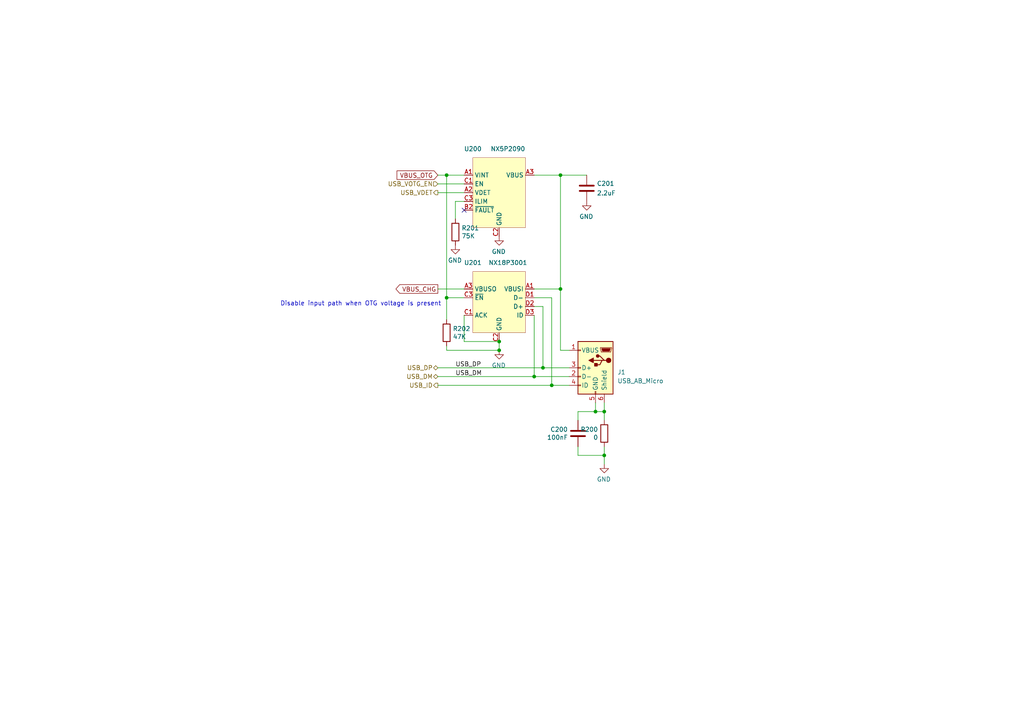
<source format=kicad_sch>
(kicad_sch (version 20210126) (generator eeschema)
  (paper "A4")
  (title_block (title "InuCal") (date "2020-06-30") (rev "R0.1") (company "Wenting Zhang") (comment 1 "zephray@outlook.com"))
  (lib_symbols
    (symbol "Connector:USB_B_Micro" (pin_names (offset 1.016))
      (property "Reference" "J" (at -5.08 11.43 0))
      (property "Value" "USB_B_Micro" (at -5.08 8.89 0))
      (symbol "USB_B_Micro_0_1"
        (circle (center -3.81 2.159) (radius 0.635) (stroke (width 0.254)) (fill (type outline)))
        (circle (center -0.635 3.429) (radius 0.381) (stroke (width 0.254)) (fill (type outline)))
        (rectangle (start -5.08 -7.62) (end 5.08 7.62) (stroke (width 0.254)) (fill (type background)))
        (rectangle (start -0.127 -7.62) (end 0.127 -6.858))
        (rectangle (start 0.254 1.27) (end -0.508 0.508) (stroke (width 0.254)) (fill (type outline)))
        (rectangle (start 5.08 -5.207) (end 4.318 -4.953))
        (rectangle (start 5.08 -2.667) (end 4.318 -2.413))
        (rectangle (start 5.08 -0.127) (end 4.318 0.127))
        (rectangle (start 5.08 4.953) (end 4.318 5.207))
        (polyline (pts (xy -1.905 2.159) (xy 0.635 2.159)) (stroke (width 0.254)))
        (polyline (pts (xy -3.175 2.159) (xy -2.54 2.159) (xy -1.27 3.429) (xy -0.635 3.429)) (stroke (width 0.254)))
        (polyline (pts (xy -2.54 2.159) (xy -1.905 2.159) (xy -1.27 0.889) (xy 0 0.889)) (stroke (width 0.254)))
        (polyline (pts (xy 0.635 2.794) (xy 0.635 1.524) (xy 1.905 2.159) (xy 0.635 2.794)) (stroke (width 0.254)) (fill (type outline)))
        (polyline (pts (xy -4.318 5.588) (xy -1.778 5.588) (xy -2.032 4.826) (xy -4.064 4.826) (xy -4.318 5.588)) (fill (type outline)))
        (polyline (pts (xy -4.699 5.842) (xy -4.699 5.588) (xy -4.445 4.826) (xy -4.445 4.572) (xy -1.651 4.572) (xy -1.651 4.826) (xy -1.397 5.588) (xy -1.397 5.842) (xy -4.699 5.842)))
      )
      (symbol "USB_B_Micro_1_1"
        (pin power_out line (at 7.62 5.08 180) (length 2.54) (name "VBUS") (number "1"))
        (pin bidirectional line (at 7.62 -2.54 180) (length 2.54) (name "D-") (number "2"))
        (pin bidirectional line (at 7.62 0 180) (length 2.54) (name "D+") (number "3"))
        (pin passive line (at 7.62 -5.08 180) (length 2.54) (name "ID") (number "4"))
        (pin power_out line (at 0 -10.16 90) (length 2.54) (name "GND") (number "5"))
        (pin passive line (at -2.54 -10.16 90) (length 2.54) (name "Shield") (number "6"))
      )
    )
    (symbol "Device:C" (pin_numbers hide) (pin_names (offset 0.254))
      (property "Reference" "C" (at 0.635 2.54 0))
      (property "Value" "C" (at 0.635 -2.54 0))
      (symbol "C_0_1"
        (polyline (pts (xy -2.032 -0.762) (xy 2.032 -0.762)) (stroke (width 0.508)))
        (polyline (pts (xy -2.032 0.762) (xy 2.032 0.762)) (stroke (width 0.508)))
      )
      (symbol "C_1_1"
        (pin passive line (at 0 3.81 270) (length 2.794) (name "~") (number "1"))
        (pin passive line (at 0 -3.81 90) (length 2.794) (name "~") (number "2"))
      )
    )
    (symbol "Device:R" (pin_numbers hide) (pin_names (offset 0))
      (property "Reference" "R" (at 2.032 0 90))
      (property "Value" "R" (at 0 0 90))
      (symbol "R_0_1"
        (rectangle (start -1.016 -2.54) (end 1.016 2.54) (stroke (width 0.254)))
      )
      (symbol "R_1_1"
        (pin passive line (at 0 3.81 270) (length 1.27) (name "~") (number "1"))
        (pin passive line (at 0 -3.81 90) (length 1.27) (name "~") (number "2"))
      )
    )
    (symbol "power:GND" (power) (pin_names (offset 0))
      (property "Value" "GND" (at 0 -3.81 0))
      (symbol "GND_0_1"
        (polyline (pts (xy 0 0) (xy 0 -1.27) (xy 1.27 -1.27) (xy 0 -2.54) (xy -1.27 -1.27) (xy 0 -1.27)))
      )
      (symbol "GND_1_1"
        (pin power_in line (at 0 0 270) (length 0) hide (name "GND") (number "1"))
      )
    )
    (symbol "symbols:NX18P3001"
      (property "Reference" "U" (at 0 0 0))
      (property "Value" "NX18P3001" (at 0 -2.54 0))
      (symbol "NX18P3001_0_1"
        (rectangle (start -7.62 -5.08) (end 7.62 -22.86) (stroke (width 0.001)) (fill (type background)))
      )
      (symbol "NX18P3001_1_1"
        (pin bidirectional line (at -10.16 -10.16 0) (length 2.54) (name "VBUSI") (number "A1"))
        (pin input line (at -10.16 -12.7 0) (length 2.54) (name "D-") (number "D1"))
        (pin input line (at -10.16 -15.24 0) (length 2.54) (name "D+") (number "D2"))
        (pin input line (at -10.16 -17.78 0) (length 2.54) (name "ID") (number "D3"))
        (pin bidirectional line (at 10.16 -10.16 180) (length 2.54) (name "VBUSO") (number "A3"))
        (pin input line (at 10.16 -12.7 180) (length 2.54) (name "~EN") (number "C3"))
        (pin open_collector line (at 10.16 -17.78 180) (length 2.54) (name "ACK") (number "C1"))
        (pin bidirectional line (at 10.16 -10.16 180) (length 2.54) hide (name "VBUSO") (number "B2"))
        (pin bidirectional line (at 10.16 -10.16 180) (length 2.54) hide (name "VBUSO") (number "B3"))
        (pin bidirectional line (at -10.16 -10.16 0) (length 2.54) hide (name "VBUSI") (number "A2"))
        (pin bidirectional line (at -10.16 -10.16 0) (length 2.54) hide (name "VBUSI") (number "B1"))
        (pin power_in line (at 0 -25.4 90) (length 2.54) (name "GND") (number "C2"))
      )
    )
    (symbol "symbols:NX5P2090"
      (property "Reference" "U" (at 0 0 0))
      (property "Value" "NX5P2090" (at 0 -2.54 0))
      (symbol "NX5P2090_0_1"
        (rectangle (start -7.62 -5.08) (end 7.62 -25.4) (stroke (width 0.001)) (fill (type background)))
      )
      (symbol "NX5P2090_1_1"
        (pin power_out line (at -10.16 -10.16 0) (length 2.54) (name "VBUS") (number "A3"))
        (pin power_in line (at 10.16 -10.16 180) (length 2.54) (name "VINT") (number "A1"))
        (pin input line (at 10.16 -12.7 180) (length 2.54) (name "EN") (number "C1"))
        (pin output line (at 10.16 -15.24 180) (length 2.54) (name "VDET") (number "A2"))
        (pin input line (at 10.16 -17.78 180) (length 2.54) (name "ILIM") (number "C3"))
        (pin output line (at 10.16 -20.32 180) (length 2.54) (name "~FAULT") (number "B2"))
        (pin power_in line (at 10.16 -10.16 180) (length 2.54) hide (name "VINT") (number "B1"))
        (pin power_out line (at -10.16 -10.16 0) (length 2.54) hide (name "VBUS") (number "B3"))
        (pin input line (at 0 -27.94 90) (length 2.54) (name "GND") (number "C2"))
      )
    )
  )
  (junction (at 129.54 50.8) (diameter 0.9144))
  (junction (at 129.54 86.36) (diameter 0.9144))
  (junction (at 144.78 99.06) (diameter 0.9144))
  (junction (at 144.78 101.6) (diameter 0.9144))
  (junction (at 154.94 109.22) (diameter 0.9144))
  (junction (at 157.48 106.68) (diameter 0.9144))
  (junction (at 160.02 111.76) (diameter 0.9144))
  (junction (at 162.56 50.8) (diameter 0.9144))
  (junction (at 162.56 83.82) (diameter 0.9144))
  (junction (at 172.72 119.38) (diameter 0.9144))
  (junction (at 175.26 119.38) (diameter 0.9144))
  (junction (at 175.26 132.08) (diameter 0.9144))
  (no_connect (at 134.62 60.96))
  (wire (pts (xy 127 50.8) (xy 129.54 50.8)))
  (wire (pts (xy 127 53.34) (xy 134.62 53.34)))
  (wire (pts (xy 127 55.88) (xy 134.62 55.88)))
  (wire (pts (xy 127 83.82) (xy 134.62 83.82)))
  (wire (pts (xy 127 106.68) (xy 157.48 106.68)))
  (wire (pts (xy 127 109.22) (xy 154.94 109.22)))
  (wire (pts (xy 127 111.76) (xy 160.02 111.76)))
  (wire (pts (xy 129.54 50.8) (xy 129.54 86.36)))
  (wire (pts (xy 129.54 50.8) (xy 134.62 50.8)))
  (wire (pts (xy 129.54 86.36) (xy 129.54 92.71)))
  (wire (pts (xy 129.54 100.33) (xy 129.54 101.6)))
  (wire (pts (xy 129.54 101.6) (xy 144.78 101.6)))
  (wire (pts (xy 132.08 58.42) (xy 132.08 63.5)))
  (wire (pts (xy 134.62 58.42) (xy 132.08 58.42)))
  (wire (pts (xy 134.62 86.36) (xy 129.54 86.36)))
  (wire (pts (xy 134.62 91.44) (xy 134.62 99.06)))
  (wire (pts (xy 134.62 99.06) (xy 144.78 99.06)))
  (wire (pts (xy 144.78 101.6) (xy 144.78 99.06)))
  (wire (pts (xy 154.94 50.8) (xy 162.56 50.8)))
  (wire (pts (xy 154.94 86.36) (xy 160.02 86.36)))
  (wire (pts (xy 154.94 88.9) (xy 157.48 88.9)))
  (wire (pts (xy 154.94 91.44) (xy 154.94 109.22)))
  (wire (pts (xy 154.94 109.22) (xy 165.1 109.22)))
  (wire (pts (xy 157.48 88.9) (xy 157.48 106.68)))
  (wire (pts (xy 157.48 106.68) (xy 165.1 106.68)))
  (wire (pts (xy 160.02 86.36) (xy 160.02 111.76)))
  (wire (pts (xy 160.02 111.76) (xy 165.1 111.76)))
  (wire (pts (xy 162.56 50.8) (xy 162.56 83.82)))
  (wire (pts (xy 162.56 50.8) (xy 170.18 50.8)))
  (wire (pts (xy 162.56 83.82) (xy 154.94 83.82)))
  (wire (pts (xy 162.56 101.6) (xy 162.56 83.82)))
  (wire (pts (xy 165.1 101.6) (xy 162.56 101.6)))
  (wire (pts (xy 167.64 119.38) (xy 172.72 119.38)))
  (wire (pts (xy 167.64 121.92) (xy 167.64 119.38)))
  (wire (pts (xy 167.64 129.54) (xy 167.64 132.08)))
  (wire (pts (xy 167.64 132.08) (xy 175.26 132.08)))
  (wire (pts (xy 172.72 116.84) (xy 172.72 119.38)))
  (wire (pts (xy 172.72 119.38) (xy 175.26 119.38)))
  (wire (pts (xy 175.26 116.84) (xy 175.26 119.38)))
  (wire (pts (xy 175.26 119.38) (xy 175.26 121.92)))
  (wire (pts (xy 175.26 132.08) (xy 175.26 129.54)))
  (wire (pts (xy 175.26 134.62) (xy 175.26 132.08)))
  (text "Disable input path when OTG voltage is present" (at 81.28 88.9 0) (effects (font (size 1.27 1.27)) (justify left bottom)))
  (label "USB_DP" (at 132.08 106.68 0))
  (label "USB_DM" (at 132.08 109.22 0))
  (global_label "VBUS_OTG" (shape input) (at 127 50.8 180) (property "Intersheet References" "${INTERSHEET_REFS}" (effects hide)))
  (global_label "VBUS_CHG" (shape output) (at 127 83.82 180) (property "Intersheet References" "${INTERSHEET_REFS}" (effects hide)))
  (hierarchical_label "USB_VOTG_EN" (shape input) (at 127 53.34 180))
  (hierarchical_label "USB_VDET" (shape output) (at 127 55.88 180))
  (hierarchical_label "USB_DP" (shape bidirectional) (at 127 106.68 180))
  (hierarchical_label "USB_DM" (shape bidirectional) (at 127 109.22 180))
  (hierarchical_label "USB_ID" (shape output) (at 127 111.76 180))
  (symbol (lib_id "power:GND") (at 132.08 71.12 0) (mirror y) (unit 1)
    (property "Reference" "#PWR076" (effects hide))
    (property "Value" "GND" (at 131.953 75.5142 0))
  )
  (symbol (lib_id "power:GND") (at 144.78 68.58 0) (mirror y) (unit 1)
    (property "Reference" "#PWR077" (effects hide))
    (property "Value" "GND" (at 144.653 72.9742 0))
  )
  (symbol (lib_id "power:GND") (at 144.78 101.6 0) (mirror y) (unit 1)
    (property "Reference" "#PWR078" (effects hide))
    (property "Value" "GND" (at 144.653 105.9942 0))
  )
  (symbol (lib_id "power:GND") (at 170.18 58.42 0) (mirror y) (unit 1)
    (property "Reference" "#PWR079" (effects hide))
    (property "Value" "GND" (at 170.053 62.8142 0))
  )
  (symbol (lib_id "power:GND") (at 175.26 134.62 0) (mirror y) (unit 1)
    (property "Reference" "#PWR0292" (effects hide))
    (property "Value" "GND" (at 175.133 139.0142 0))
  )
  (symbol (lib_id "Device:R") (at 129.54 96.52 0) (unit 1)
    (property "Reference" "R202" (at 131.318 95.352 0) (effects (justify left)))
    (property "Value" "47K" (at 131.318 97.663 0) (effects (justify left)))
    (property "Footprint" "Resistor_SMD:R_0402_1005Metric" (effects hide))
  )
  (symbol (lib_id "Device:R") (at 132.08 67.31 0) (unit 1)
    (property "Reference" "R201" (at 133.858 66.142 0) (effects (justify left)))
    (property "Value" "75K" (at 133.858 68.453 0) (effects (justify left)))
    (property "Footprint" "Resistor_SMD:R_0402_1005Metric" (effects hide))
  )
  (symbol (lib_id "Device:R") (at 175.26 125.73 0) (mirror y) (unit 1)
    (property "Reference" "R200" (at 173.482 124.562 0) (effects (justify left)))
    (property "Value" "0" (at 173.482 126.873 0) (effects (justify left)))
    (property "Footprint" "Resistor_SMD:R_0805_2012Metric" (effects hide))
  )
  (symbol (lib_id "Device:C") (at 167.64 125.73 0) (mirror y) (unit 1)
    (property "Reference" "C200" (at 164.719 124.562 0) (effects (justify left)))
    (property "Value" "100nF" (at 164.719 126.873 0) (effects (justify left)))
    (property "Footprint" "Capacitor_SMD:C_0805_2012Metric" (effects hide))
  )
  (symbol (lib_id "Device:C") (at 170.18 54.61 0) (mirror x) (unit 1)
    (property "Reference" "C201" (at 173.101 53.238 0) (effects (justify left)))
    (property "Value" "2.2uF" (at 173.101 56.007 0) (effects (justify left)))
    (property "Footprint" "Capacitor_SMD:C_0603_1608Metric" (effects hide))
  )
  (symbol (lib_id "Connector:USB_B_Micro") (at 172.72 106.68 0) (mirror y) (unit 1)
    (property "Reference" "J1" (at 179.07 107.95 0) (effects (justify right)))
    (property "Value" "USB_AB_Micro" (at 179.07 110.49 0) (effects (justify right)))
    (property "Footprint" "Connector_USB:USB_Micro-AB_Molex_47590-0001" (effects hide))
  )
  (symbol (lib_id "symbols:NX18P3001") (at 144.78 73.66 0) (mirror y) (unit 1)
    (property "Reference" "U201" (at 137.16 76.2 0))
    (property "Value" "NX18P3001" (at 147.32 76.2 0))
    (property "Footprint" "footprints:WLCSP-12_3x4_1.36x1.66mm" (effects hide))
    (property "Datasheet" "https://www.nxp.com/docs/en/data-sheet/NX18P3001.pdf" (effects hide))
  )
  (symbol (lib_id "symbols:NX5P2090") (at 144.78 40.64 0) (mirror y) (unit 1)
    (property "Reference" "U200" (at 137.16 43.18 0))
    (property "Value" "NX5P2090" (at 147.32 43.18 0))
    (property "Footprint" "footprints:WLCSP-9_3x3_1.36x1.36mm" (effects hide))
    (property "Datasheet" "https://www.nxp.com/docs/en/data-sheet/NX5P2090.pdf" (effects hide))
  )
)
</source>
